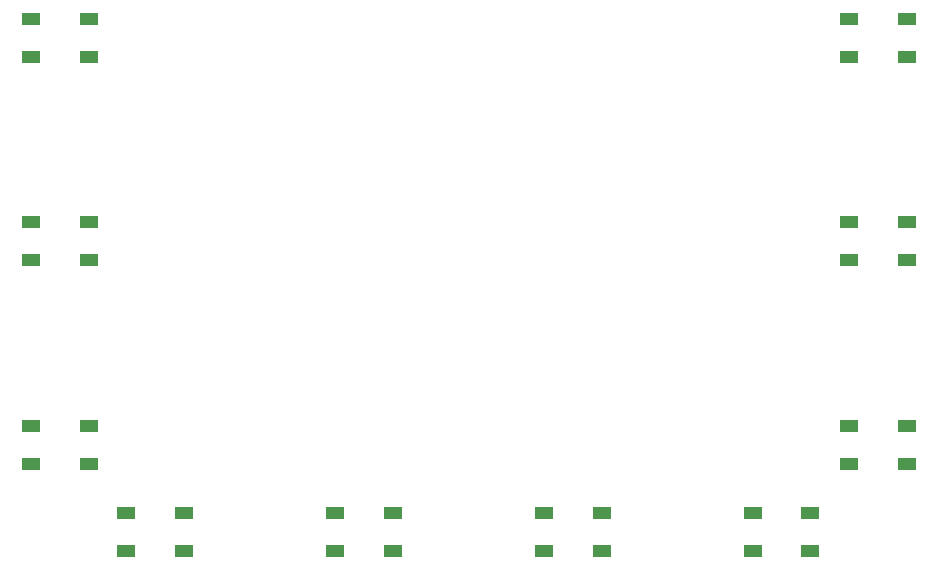
<source format=gbr>
G04 #@! TF.GenerationSoftware,KiCad,Pcbnew,(5.99.0-10336-g9846076676)*
G04 #@! TF.CreationDate,2021-04-17T01:38:01-06:00*
G04 #@! TF.ProjectId,yolo-badge,796f6c6f-2d62-4616-9467-652e6b696361,rev?*
G04 #@! TF.SameCoordinates,Original*
G04 #@! TF.FileFunction,Paste,Top*
G04 #@! TF.FilePolarity,Positive*
%FSLAX46Y46*%
G04 Gerber Fmt 4.6, Leading zero omitted, Abs format (unit mm)*
G04 Created by KiCad (PCBNEW (5.99.0-10336-g9846076676)) date 2021-04-17 01:38:01*
%MOMM*%
%LPD*%
G01*
G04 APERTURE LIST*
%ADD10R,1.500000X1.000000*%
G04 APERTURE END LIST*
D10*
X150206667Y-98970005D03*
X150206667Y-102170005D03*
X155106667Y-102170005D03*
X155106667Y-98970005D03*
X106803325Y-57179994D03*
X106803325Y-60379994D03*
X111703325Y-60379994D03*
X111703325Y-57179994D03*
X180953326Y-74394997D03*
X180953326Y-77594997D03*
X176053326Y-77594997D03*
X176053326Y-74394997D03*
X111703325Y-74394997D03*
X111703325Y-77594997D03*
X106803325Y-77594997D03*
X106803325Y-74394997D03*
X180953326Y-91609999D03*
X180953326Y-94809999D03*
X176053326Y-94809999D03*
X176053326Y-91609999D03*
X167883340Y-98970005D03*
X167883340Y-102170005D03*
X172783340Y-102170005D03*
X172783340Y-98970005D03*
X114853321Y-98970005D03*
X114853321Y-102170005D03*
X119753321Y-102170005D03*
X119753321Y-98970005D03*
X132529994Y-98970005D03*
X132529994Y-102170005D03*
X137429994Y-102170005D03*
X137429994Y-98970005D03*
X111703325Y-91609999D03*
X111703325Y-94809999D03*
X106803325Y-94809999D03*
X106803325Y-91609999D03*
X180953326Y-57179994D03*
X180953326Y-60379994D03*
X176053326Y-60379994D03*
X176053326Y-57179994D03*
M02*

</source>
